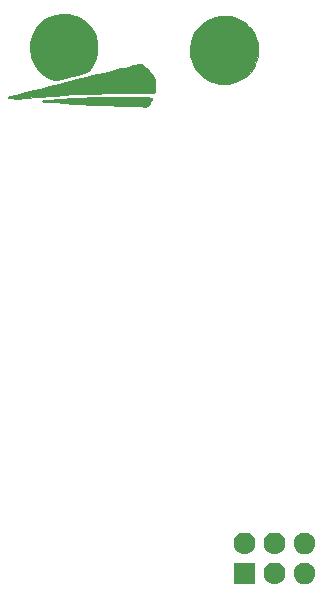
<source format=gts>
G04 #@! TF.GenerationSoftware,KiCad,Pcbnew,(5.1.0)-1*
G04 #@! TF.CreationDate,2019-10-12T09:41:54-05:00*
G04 #@! TF.ProjectId,supercon-2019-blink,73757065-7263-46f6-9e2d-323031392d62,v01*
G04 #@! TF.SameCoordinates,Original*
G04 #@! TF.FileFunction,Soldermask,Top*
G04 #@! TF.FilePolarity,Negative*
%FSLAX46Y46*%
G04 Gerber Fmt 4.6, Leading zero omitted, Abs format (unit mm)*
G04 Created by KiCad (PCBNEW (5.1.0)-1) date 2019-10-12 09:41:54*
%MOMM*%
%LPD*%
G04 APERTURE LIST*
%ADD10C,0.010000*%
%ADD11C,0.100000*%
G04 APERTURE END LIST*
D10*
G36*
X134353214Y-75634605D02*
G01*
X134482105Y-75655318D01*
X134816911Y-75736542D01*
X135125820Y-75857381D01*
X135415065Y-76021037D01*
X135690883Y-76230712D01*
X135806863Y-76335776D01*
X136070428Y-76617507D01*
X136288021Y-76917900D01*
X136458731Y-77235478D01*
X136581648Y-77568763D01*
X136594012Y-77612956D01*
X136616701Y-77700178D01*
X136633712Y-77776996D01*
X136645885Y-77853076D01*
X136654057Y-77938083D01*
X136659069Y-78041681D01*
X136661759Y-78173535D01*
X136662967Y-78343311D01*
X136663184Y-78409800D01*
X136662074Y-78638617D01*
X136656323Y-78827231D01*
X136644400Y-78986143D01*
X136624774Y-79125853D01*
X136595916Y-79256863D01*
X136556295Y-79389673D01*
X136504380Y-79534785D01*
X136496026Y-79556725D01*
X136435517Y-79693834D01*
X136354787Y-79847538D01*
X136262615Y-80003321D01*
X136167784Y-80146666D01*
X136079073Y-80263054D01*
X136046992Y-80299104D01*
X135940104Y-80386352D01*
X135786080Y-80473777D01*
X135588548Y-80559704D01*
X135351139Y-80642456D01*
X135216900Y-80682604D01*
X135066119Y-80724565D01*
X134890613Y-80771868D01*
X134696618Y-80822968D01*
X134490370Y-80876320D01*
X134278107Y-80930382D01*
X134066064Y-80983608D01*
X133860477Y-81034455D01*
X133667583Y-81081377D01*
X133493617Y-81122831D01*
X133344818Y-81157273D01*
X133227420Y-81183158D01*
X133147660Y-81198941D01*
X133114279Y-81203264D01*
X133048304Y-81194474D01*
X132955748Y-81172019D01*
X132862352Y-81142673D01*
X132540561Y-81003520D01*
X132237669Y-80822188D01*
X131958192Y-80603715D01*
X131706644Y-80353142D01*
X131487543Y-80075507D01*
X131305403Y-79775851D01*
X131164741Y-79459211D01*
X131073456Y-79146400D01*
X131054828Y-79029072D01*
X131040489Y-78874934D01*
X131030558Y-78695691D01*
X131025158Y-78503048D01*
X131024409Y-78308712D01*
X131028431Y-78124390D01*
X131037346Y-77961786D01*
X131051274Y-77832608D01*
X131059427Y-77787500D01*
X131163499Y-77427428D01*
X131313221Y-77087043D01*
X131506016Y-76770073D01*
X131739303Y-76480250D01*
X132010504Y-76221303D01*
X132281123Y-76020193D01*
X132569348Y-75860161D01*
X132887741Y-75737222D01*
X133230812Y-75652287D01*
X133593074Y-75606266D01*
X133969037Y-75600069D01*
X134353214Y-75634605D01*
X134353214Y-75634605D01*
G37*
X134353214Y-75634605D02*
X134482105Y-75655318D01*
X134816911Y-75736542D01*
X135125820Y-75857381D01*
X135415065Y-76021037D01*
X135690883Y-76230712D01*
X135806863Y-76335776D01*
X136070428Y-76617507D01*
X136288021Y-76917900D01*
X136458731Y-77235478D01*
X136581648Y-77568763D01*
X136594012Y-77612956D01*
X136616701Y-77700178D01*
X136633712Y-77776996D01*
X136645885Y-77853076D01*
X136654057Y-77938083D01*
X136659069Y-78041681D01*
X136661759Y-78173535D01*
X136662967Y-78343311D01*
X136663184Y-78409800D01*
X136662074Y-78638617D01*
X136656323Y-78827231D01*
X136644400Y-78986143D01*
X136624774Y-79125853D01*
X136595916Y-79256863D01*
X136556295Y-79389673D01*
X136504380Y-79534785D01*
X136496026Y-79556725D01*
X136435517Y-79693834D01*
X136354787Y-79847538D01*
X136262615Y-80003321D01*
X136167784Y-80146666D01*
X136079073Y-80263054D01*
X136046992Y-80299104D01*
X135940104Y-80386352D01*
X135786080Y-80473777D01*
X135588548Y-80559704D01*
X135351139Y-80642456D01*
X135216900Y-80682604D01*
X135066119Y-80724565D01*
X134890613Y-80771868D01*
X134696618Y-80822968D01*
X134490370Y-80876320D01*
X134278107Y-80930382D01*
X134066064Y-80983608D01*
X133860477Y-81034455D01*
X133667583Y-81081377D01*
X133493617Y-81122831D01*
X133344818Y-81157273D01*
X133227420Y-81183158D01*
X133147660Y-81198941D01*
X133114279Y-81203264D01*
X133048304Y-81194474D01*
X132955748Y-81172019D01*
X132862352Y-81142673D01*
X132540561Y-81003520D01*
X132237669Y-80822188D01*
X131958192Y-80603715D01*
X131706644Y-80353142D01*
X131487543Y-80075507D01*
X131305403Y-79775851D01*
X131164741Y-79459211D01*
X131073456Y-79146400D01*
X131054828Y-79029072D01*
X131040489Y-78874934D01*
X131030558Y-78695691D01*
X131025158Y-78503048D01*
X131024409Y-78308712D01*
X131028431Y-78124390D01*
X131037346Y-77961786D01*
X131051274Y-77832608D01*
X131059427Y-77787500D01*
X131163499Y-77427428D01*
X131313221Y-77087043D01*
X131506016Y-76770073D01*
X131739303Y-76480250D01*
X132010504Y-76221303D01*
X132281123Y-76020193D01*
X132569348Y-75860161D01*
X132887741Y-75737222D01*
X133230812Y-75652287D01*
X133593074Y-75606266D01*
X133969037Y-75600069D01*
X134353214Y-75634605D01*
G36*
X147691360Y-75777956D02*
G01*
X147899527Y-75800321D01*
X147932192Y-75805498D01*
X148305406Y-75889202D01*
X148647118Y-76011161D01*
X148961494Y-76173457D01*
X149252701Y-76378173D01*
X149474256Y-76576322D01*
X149677071Y-76803414D01*
X149863785Y-77064894D01*
X150026304Y-77346952D01*
X150156533Y-77635778D01*
X150235454Y-77875012D01*
X150259982Y-77971531D01*
X150277600Y-78057872D01*
X150289464Y-78145947D01*
X150296731Y-78247667D01*
X150300557Y-78374947D01*
X150302101Y-78539696D01*
X150302186Y-78562200D01*
X150295404Y-78869304D01*
X150271230Y-79139499D01*
X150227306Y-79384398D01*
X150161275Y-79615614D01*
X150070780Y-79844763D01*
X150019665Y-79953949D01*
X149835633Y-80273512D01*
X149612091Y-80562921D01*
X149351900Y-80820048D01*
X149057920Y-81042765D01*
X148733012Y-81228942D01*
X148380036Y-81376452D01*
X148001852Y-81483167D01*
X147949720Y-81494190D01*
X147773752Y-81518864D01*
X147564280Y-81530355D01*
X147336812Y-81528837D01*
X147106856Y-81514484D01*
X146889922Y-81487470D01*
X146857138Y-81481928D01*
X146504954Y-81394594D01*
X146170651Y-81260805D01*
X145856687Y-81082508D01*
X145565520Y-80861652D01*
X145299609Y-80600183D01*
X145061412Y-80300049D01*
X144853388Y-79963197D01*
X144793029Y-79846828D01*
X144686006Y-79603746D01*
X144611226Y-79365331D01*
X144565229Y-79116285D01*
X144544555Y-78841306D01*
X144542684Y-78740000D01*
X144545987Y-78502355D01*
X144560937Y-78296984D01*
X144590063Y-78106187D01*
X144635894Y-77912263D01*
X144684248Y-77749400D01*
X144823293Y-77391917D01*
X145003780Y-77062510D01*
X145223415Y-76763408D01*
X145479904Y-76496844D01*
X145770953Y-76265048D01*
X146094270Y-76070252D01*
X146447559Y-75914687D01*
X146634200Y-75852472D01*
X146801651Y-75814393D01*
X147004940Y-75787401D01*
X147230220Y-75771997D01*
X147463642Y-75768681D01*
X147691360Y-75777956D01*
X147691360Y-75777956D01*
G37*
X147691360Y-75777956D02*
X147899527Y-75800321D01*
X147932192Y-75805498D01*
X148305406Y-75889202D01*
X148647118Y-76011161D01*
X148961494Y-76173457D01*
X149252701Y-76378173D01*
X149474256Y-76576322D01*
X149677071Y-76803414D01*
X149863785Y-77064894D01*
X150026304Y-77346952D01*
X150156533Y-77635778D01*
X150235454Y-77875012D01*
X150259982Y-77971531D01*
X150277600Y-78057872D01*
X150289464Y-78145947D01*
X150296731Y-78247667D01*
X150300557Y-78374947D01*
X150302101Y-78539696D01*
X150302186Y-78562200D01*
X150295404Y-78869304D01*
X150271230Y-79139499D01*
X150227306Y-79384398D01*
X150161275Y-79615614D01*
X150070780Y-79844763D01*
X150019665Y-79953949D01*
X149835633Y-80273512D01*
X149612091Y-80562921D01*
X149351900Y-80820048D01*
X149057920Y-81042765D01*
X148733012Y-81228942D01*
X148380036Y-81376452D01*
X148001852Y-81483167D01*
X147949720Y-81494190D01*
X147773752Y-81518864D01*
X147564280Y-81530355D01*
X147336812Y-81528837D01*
X147106856Y-81514484D01*
X146889922Y-81487470D01*
X146857138Y-81481928D01*
X146504954Y-81394594D01*
X146170651Y-81260805D01*
X145856687Y-81082508D01*
X145565520Y-80861652D01*
X145299609Y-80600183D01*
X145061412Y-80300049D01*
X144853388Y-79963197D01*
X144793029Y-79846828D01*
X144686006Y-79603746D01*
X144611226Y-79365331D01*
X144565229Y-79116285D01*
X144544555Y-78841306D01*
X144542684Y-78740000D01*
X144545987Y-78502355D01*
X144560937Y-78296984D01*
X144590063Y-78106187D01*
X144635894Y-77912263D01*
X144684248Y-77749400D01*
X144823293Y-77391917D01*
X145003780Y-77062510D01*
X145223415Y-76763408D01*
X145479904Y-76496844D01*
X145770953Y-76265048D01*
X146094270Y-76070252D01*
X146447559Y-75914687D01*
X146634200Y-75852472D01*
X146801651Y-75814393D01*
X147004940Y-75787401D01*
X147230220Y-75771997D01*
X147463642Y-75768681D01*
X147691360Y-75777956D01*
G36*
X140426151Y-79852638D02*
G01*
X140543677Y-79912211D01*
X140682490Y-80008308D01*
X140838761Y-80138319D01*
X140985650Y-80276700D01*
X141170573Y-80470469D01*
X141315562Y-80649809D01*
X141425276Y-80824625D01*
X141504373Y-81004821D01*
X141557511Y-81200301D01*
X141589351Y-81420969D01*
X141600940Y-81584800D01*
X141608846Y-81787833D01*
X141608936Y-81946360D01*
X141599091Y-82066354D01*
X141577195Y-82153788D01*
X141541131Y-82214635D01*
X141488780Y-82254869D01*
X141418024Y-82280461D01*
X141349536Y-82293969D01*
X141300616Y-82297526D01*
X141205536Y-82300500D01*
X141068933Y-82302871D01*
X140895444Y-82304618D01*
X140689705Y-82305718D01*
X140456353Y-82306150D01*
X140200025Y-82305895D01*
X139925359Y-82304928D01*
X139636990Y-82303231D01*
X139522200Y-82302369D01*
X137881506Y-82305064D01*
X136258201Y-82339235D01*
X134657378Y-82404645D01*
X133084131Y-82501057D01*
X131543556Y-82628232D01*
X130670300Y-82715643D01*
X130498062Y-82734011D01*
X130338017Y-82751053D01*
X130198692Y-82765862D01*
X130088617Y-82777532D01*
X130016323Y-82785157D01*
X129997200Y-82787150D01*
X129941047Y-82786775D01*
X129846070Y-82779604D01*
X129723626Y-82766752D01*
X129585070Y-82749336D01*
X129520349Y-82740287D01*
X129385411Y-82719916D01*
X129268655Y-82700614D01*
X129179166Y-82684015D01*
X129126025Y-82671752D01*
X129115642Y-82667509D01*
X129113606Y-82638042D01*
X129162047Y-82604339D01*
X129260828Y-82566477D01*
X129328140Y-82546269D01*
X129439541Y-82515763D01*
X129597122Y-82473973D01*
X129797718Y-82421687D01*
X130038163Y-82359690D01*
X130315294Y-82288769D01*
X130625943Y-82209712D01*
X130966947Y-82123306D01*
X131335140Y-82030336D01*
X131727357Y-81931592D01*
X132140434Y-81827858D01*
X132571204Y-81719922D01*
X133016503Y-81608572D01*
X133473166Y-81494593D01*
X133938027Y-81378773D01*
X134407922Y-81261899D01*
X134879685Y-81144758D01*
X135350152Y-81028136D01*
X135816156Y-80912821D01*
X136274534Y-80799599D01*
X136722119Y-80689258D01*
X137155748Y-80582583D01*
X137572254Y-80480363D01*
X137968472Y-80383384D01*
X138341238Y-80292433D01*
X138687387Y-80208296D01*
X139003752Y-80131762D01*
X139287170Y-80063616D01*
X139534475Y-80004646D01*
X139742502Y-79955638D01*
X139829298Y-79935463D01*
X139976798Y-79902091D01*
X140110381Y-79873210D01*
X140220871Y-79850700D01*
X140299092Y-79836437D01*
X140333742Y-79832200D01*
X140426151Y-79852638D01*
X140426151Y-79852638D01*
G37*
X140426151Y-79852638D02*
X140543677Y-79912211D01*
X140682490Y-80008308D01*
X140838761Y-80138319D01*
X140985650Y-80276700D01*
X141170573Y-80470469D01*
X141315562Y-80649809D01*
X141425276Y-80824625D01*
X141504373Y-81004821D01*
X141557511Y-81200301D01*
X141589351Y-81420969D01*
X141600940Y-81584800D01*
X141608846Y-81787833D01*
X141608936Y-81946360D01*
X141599091Y-82066354D01*
X141577195Y-82153788D01*
X141541131Y-82214635D01*
X141488780Y-82254869D01*
X141418024Y-82280461D01*
X141349536Y-82293969D01*
X141300616Y-82297526D01*
X141205536Y-82300500D01*
X141068933Y-82302871D01*
X140895444Y-82304618D01*
X140689705Y-82305718D01*
X140456353Y-82306150D01*
X140200025Y-82305895D01*
X139925359Y-82304928D01*
X139636990Y-82303231D01*
X139522200Y-82302369D01*
X137881506Y-82305064D01*
X136258201Y-82339235D01*
X134657378Y-82404645D01*
X133084131Y-82501057D01*
X131543556Y-82628232D01*
X130670300Y-82715643D01*
X130498062Y-82734011D01*
X130338017Y-82751053D01*
X130198692Y-82765862D01*
X130088617Y-82777532D01*
X130016323Y-82785157D01*
X129997200Y-82787150D01*
X129941047Y-82786775D01*
X129846070Y-82779604D01*
X129723626Y-82766752D01*
X129585070Y-82749336D01*
X129520349Y-82740287D01*
X129385411Y-82719916D01*
X129268655Y-82700614D01*
X129179166Y-82684015D01*
X129126025Y-82671752D01*
X129115642Y-82667509D01*
X129113606Y-82638042D01*
X129162047Y-82604339D01*
X129260828Y-82566477D01*
X129328140Y-82546269D01*
X129439541Y-82515763D01*
X129597122Y-82473973D01*
X129797718Y-82421687D01*
X130038163Y-82359690D01*
X130315294Y-82288769D01*
X130625943Y-82209712D01*
X130966947Y-82123306D01*
X131335140Y-82030336D01*
X131727357Y-81931592D01*
X132140434Y-81827858D01*
X132571204Y-81719922D01*
X133016503Y-81608572D01*
X133473166Y-81494593D01*
X133938027Y-81378773D01*
X134407922Y-81261899D01*
X134879685Y-81144758D01*
X135350152Y-81028136D01*
X135816156Y-80912821D01*
X136274534Y-80799599D01*
X136722119Y-80689258D01*
X137155748Y-80582583D01*
X137572254Y-80480363D01*
X137968472Y-80383384D01*
X138341238Y-80292433D01*
X138687387Y-80208296D01*
X139003752Y-80131762D01*
X139287170Y-80063616D01*
X139534475Y-80004646D01*
X139742502Y-79955638D01*
X139829298Y-79935463D01*
X139976798Y-79902091D01*
X140110381Y-79873210D01*
X140220871Y-79850700D01*
X140299092Y-79836437D01*
X140333742Y-79832200D01*
X140426151Y-79852638D01*
G36*
X139324228Y-82608487D02*
G01*
X139761177Y-82613751D01*
X140135728Y-82623107D01*
X140414895Y-82632453D01*
X140647521Y-82640872D01*
X140837846Y-82648746D01*
X140990112Y-82656456D01*
X141108561Y-82664383D01*
X141197434Y-82672910D01*
X141260972Y-82682419D01*
X141303416Y-82693290D01*
X141329009Y-82705906D01*
X141341992Y-82720649D01*
X141345765Y-82732003D01*
X141338112Y-82787366D01*
X141305077Y-82871995D01*
X141253048Y-82975513D01*
X141188411Y-83087543D01*
X141117550Y-83197707D01*
X141046852Y-83295629D01*
X140982703Y-83370932D01*
X140931488Y-83413238D01*
X140924626Y-83416365D01*
X140907441Y-83422150D01*
X140886368Y-83426857D01*
X140857345Y-83430441D01*
X140816307Y-83432857D01*
X140759191Y-83434060D01*
X140681935Y-83434006D01*
X140580474Y-83432649D01*
X140450746Y-83429945D01*
X140288686Y-83425849D01*
X140090232Y-83420317D01*
X139851321Y-83413303D01*
X139567888Y-83404763D01*
X139395200Y-83399511D01*
X138519685Y-83371199D01*
X137686792Y-83340807D01*
X136888370Y-83307925D01*
X136116270Y-83272144D01*
X135362340Y-83233055D01*
X134618431Y-83190249D01*
X133876390Y-83143317D01*
X133128069Y-83091850D01*
X132816600Y-83069272D01*
X132548579Y-83048245D01*
X132331321Y-83028166D01*
X132164801Y-83008821D01*
X132048995Y-82989991D01*
X131983878Y-82971463D01*
X131969426Y-82953020D01*
X132005615Y-82934445D01*
X132092421Y-82915524D01*
X132229818Y-82896040D01*
X132417784Y-82875778D01*
X132656293Y-82854521D01*
X132791200Y-82843708D01*
X133293300Y-82807068D01*
X133823286Y-82772920D01*
X134375098Y-82741444D01*
X134942681Y-82712825D01*
X135519977Y-82687242D01*
X136100929Y-82664878D01*
X136679480Y-82645916D01*
X137249574Y-82630536D01*
X137805152Y-82618922D01*
X138340159Y-82611254D01*
X138848537Y-82607715D01*
X139324228Y-82608487D01*
X139324228Y-82608487D01*
G37*
X139324228Y-82608487D02*
X139761177Y-82613751D01*
X140135728Y-82623107D01*
X140414895Y-82632453D01*
X140647521Y-82640872D01*
X140837846Y-82648746D01*
X140990112Y-82656456D01*
X141108561Y-82664383D01*
X141197434Y-82672910D01*
X141260972Y-82682419D01*
X141303416Y-82693290D01*
X141329009Y-82705906D01*
X141341992Y-82720649D01*
X141345765Y-82732003D01*
X141338112Y-82787366D01*
X141305077Y-82871995D01*
X141253048Y-82975513D01*
X141188411Y-83087543D01*
X141117550Y-83197707D01*
X141046852Y-83295629D01*
X140982703Y-83370932D01*
X140931488Y-83413238D01*
X140924626Y-83416365D01*
X140907441Y-83422150D01*
X140886368Y-83426857D01*
X140857345Y-83430441D01*
X140816307Y-83432857D01*
X140759191Y-83434060D01*
X140681935Y-83434006D01*
X140580474Y-83432649D01*
X140450746Y-83429945D01*
X140288686Y-83425849D01*
X140090232Y-83420317D01*
X139851321Y-83413303D01*
X139567888Y-83404763D01*
X139395200Y-83399511D01*
X138519685Y-83371199D01*
X137686792Y-83340807D01*
X136888370Y-83307925D01*
X136116270Y-83272144D01*
X135362340Y-83233055D01*
X134618431Y-83190249D01*
X133876390Y-83143317D01*
X133128069Y-83091850D01*
X132816600Y-83069272D01*
X132548579Y-83048245D01*
X132331321Y-83028166D01*
X132164801Y-83008821D01*
X132048995Y-82989991D01*
X131983878Y-82971463D01*
X131969426Y-82953020D01*
X132005615Y-82934445D01*
X132092421Y-82915524D01*
X132229818Y-82896040D01*
X132417784Y-82875778D01*
X132656293Y-82854521D01*
X132791200Y-82843708D01*
X133293300Y-82807068D01*
X133823286Y-82772920D01*
X134375098Y-82741444D01*
X134942681Y-82712825D01*
X135519977Y-82687242D01*
X136100929Y-82664878D01*
X136679480Y-82645916D01*
X137249574Y-82630536D01*
X137805152Y-82618922D01*
X138340159Y-82611254D01*
X138848537Y-82607715D01*
X139324228Y-82608487D01*
D11*
G36*
X154504778Y-122076547D02*
G01*
X154671224Y-122145491D01*
X154821022Y-122245583D01*
X154948417Y-122372978D01*
X155048509Y-122522776D01*
X155117453Y-122689222D01*
X155152600Y-122865918D01*
X155152600Y-123046082D01*
X155117453Y-123222778D01*
X155048509Y-123389224D01*
X154948417Y-123539022D01*
X154821022Y-123666417D01*
X154671224Y-123766509D01*
X154504778Y-123835453D01*
X154328082Y-123870600D01*
X154147918Y-123870600D01*
X153971222Y-123835453D01*
X153804776Y-123766509D01*
X153654978Y-123666417D01*
X153527583Y-123539022D01*
X153427491Y-123389224D01*
X153358547Y-123222778D01*
X153323400Y-123046082D01*
X153323400Y-122865918D01*
X153358547Y-122689222D01*
X153427491Y-122522776D01*
X153527583Y-122372978D01*
X153654978Y-122245583D01*
X153804776Y-122145491D01*
X153971222Y-122076547D01*
X154147918Y-122041400D01*
X154328082Y-122041400D01*
X154504778Y-122076547D01*
X154504778Y-122076547D01*
G37*
G36*
X151877294Y-122054633D02*
G01*
X152049695Y-122106931D01*
X152208583Y-122191858D01*
X152347849Y-122306151D01*
X152462142Y-122445417D01*
X152547069Y-122604305D01*
X152599367Y-122776706D01*
X152617025Y-122956000D01*
X152599367Y-123135294D01*
X152547069Y-123307695D01*
X152462142Y-123466583D01*
X152347849Y-123605849D01*
X152208583Y-123720142D01*
X152049695Y-123805069D01*
X151877294Y-123857367D01*
X151742931Y-123870600D01*
X151653069Y-123870600D01*
X151518706Y-123857367D01*
X151346305Y-123805069D01*
X151187417Y-123720142D01*
X151048151Y-123605849D01*
X150933858Y-123466583D01*
X150848931Y-123307695D01*
X150796633Y-123135294D01*
X150778975Y-122956000D01*
X150796633Y-122776706D01*
X150848931Y-122604305D01*
X150933858Y-122445417D01*
X151048151Y-122306151D01*
X151187417Y-122191858D01*
X151346305Y-122106931D01*
X151518706Y-122054633D01*
X151653069Y-122041400D01*
X151742931Y-122041400D01*
X151877294Y-122054633D01*
X151877294Y-122054633D01*
G37*
G36*
X150072600Y-123870600D02*
G01*
X148243400Y-123870600D01*
X148243400Y-122041400D01*
X150072600Y-122041400D01*
X150072600Y-123870600D01*
X150072600Y-123870600D01*
G37*
G36*
X154504778Y-119536547D02*
G01*
X154671224Y-119605491D01*
X154821022Y-119705583D01*
X154948417Y-119832978D01*
X155048509Y-119982776D01*
X155117453Y-120149222D01*
X155152600Y-120325918D01*
X155152600Y-120506082D01*
X155117453Y-120682778D01*
X155048509Y-120849224D01*
X154948417Y-120999022D01*
X154821022Y-121126417D01*
X154671224Y-121226509D01*
X154504778Y-121295453D01*
X154328082Y-121330600D01*
X154147918Y-121330600D01*
X153971222Y-121295453D01*
X153804776Y-121226509D01*
X153654978Y-121126417D01*
X153527583Y-120999022D01*
X153427491Y-120849224D01*
X153358547Y-120682778D01*
X153323400Y-120506082D01*
X153323400Y-120325918D01*
X153358547Y-120149222D01*
X153427491Y-119982776D01*
X153527583Y-119832978D01*
X153654978Y-119705583D01*
X153804776Y-119605491D01*
X153971222Y-119536547D01*
X154147918Y-119501400D01*
X154328082Y-119501400D01*
X154504778Y-119536547D01*
X154504778Y-119536547D01*
G37*
G36*
X151877294Y-119514633D02*
G01*
X152049695Y-119566931D01*
X152208583Y-119651858D01*
X152347849Y-119766151D01*
X152462142Y-119905417D01*
X152547069Y-120064305D01*
X152599367Y-120236706D01*
X152617025Y-120416000D01*
X152599367Y-120595294D01*
X152547069Y-120767695D01*
X152462142Y-120926583D01*
X152347849Y-121065849D01*
X152208583Y-121180142D01*
X152049695Y-121265069D01*
X151877294Y-121317367D01*
X151742931Y-121330600D01*
X151653069Y-121330600D01*
X151518706Y-121317367D01*
X151346305Y-121265069D01*
X151187417Y-121180142D01*
X151048151Y-121065849D01*
X150933858Y-120926583D01*
X150848931Y-120767695D01*
X150796633Y-120595294D01*
X150778975Y-120416000D01*
X150796633Y-120236706D01*
X150848931Y-120064305D01*
X150933858Y-119905417D01*
X151048151Y-119766151D01*
X151187417Y-119651858D01*
X151346305Y-119566931D01*
X151518706Y-119514633D01*
X151653069Y-119501400D01*
X151742931Y-119501400D01*
X151877294Y-119514633D01*
X151877294Y-119514633D01*
G37*
G36*
X149337294Y-119514633D02*
G01*
X149509695Y-119566931D01*
X149668583Y-119651858D01*
X149807849Y-119766151D01*
X149922142Y-119905417D01*
X150007069Y-120064305D01*
X150059367Y-120236706D01*
X150077025Y-120416000D01*
X150059367Y-120595294D01*
X150007069Y-120767695D01*
X149922142Y-120926583D01*
X149807849Y-121065849D01*
X149668583Y-121180142D01*
X149509695Y-121265069D01*
X149337294Y-121317367D01*
X149202931Y-121330600D01*
X149113069Y-121330600D01*
X148978706Y-121317367D01*
X148806305Y-121265069D01*
X148647417Y-121180142D01*
X148508151Y-121065849D01*
X148393858Y-120926583D01*
X148308931Y-120767695D01*
X148256633Y-120595294D01*
X148238975Y-120416000D01*
X148256633Y-120236706D01*
X148308931Y-120064305D01*
X148393858Y-119905417D01*
X148508151Y-119766151D01*
X148647417Y-119651858D01*
X148806305Y-119566931D01*
X148978706Y-119514633D01*
X149113069Y-119501400D01*
X149202931Y-119501400D01*
X149337294Y-119514633D01*
X149337294Y-119514633D01*
G37*
M02*

</source>
